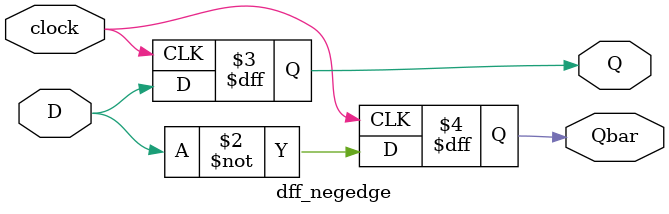
<source format=v>

module dff_negedge (D, clock, Q, Qbar);
	input D, clock;
	output reg Q, Qbar;

	always @(negedge clock)
		begin
			Q = D;
			Qbar = ~D;
		end
endmodule

</source>
